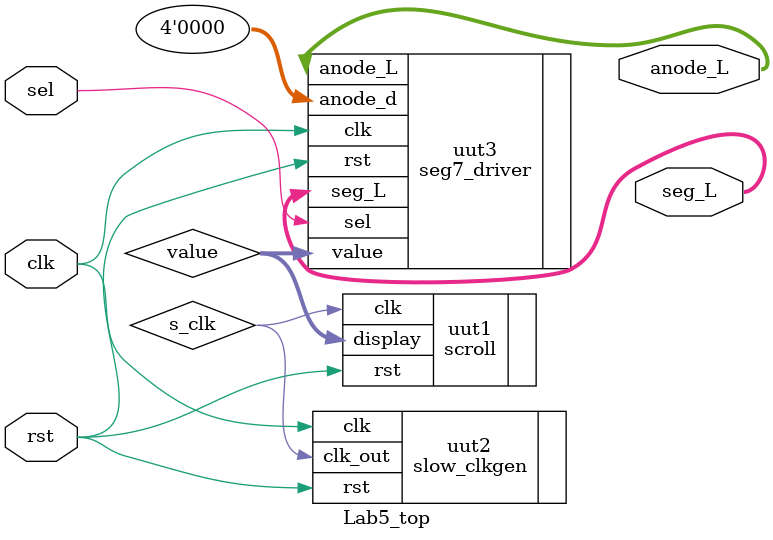
<source format=v>
`timescale 1ns / 1ps

// The top level module. It implements the Verilog system shown in Figure 1.

module Lab5_top(input clk, rst, sel, output [6:0] seg_L, output [3:0] anode_L);

    // declare necessary wires here
    wire s_clk;
    wire [15:0] value;

    // instantiate modules here
    slow_clkgen uut2 (
        .clk(clk),
        .rst(rst),
        .clk_out(s_clk)
    );
    scroll uut1 (
        .clk(s_clk),
        .rst(rst),
        .display(value)
    );
    seg7_driver uut3 (.clk(clk), .rst(rst), .sel(sel), .value(value), .anode_d(4'b0000), .seg_L(seg_L), .anode_L(anode_L));

endmodule

</source>
